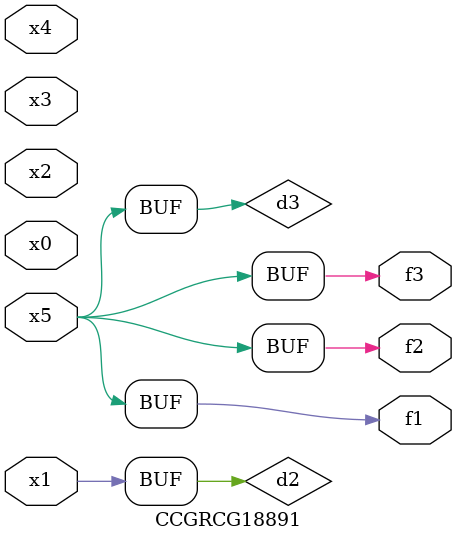
<source format=v>
module CCGRCG18891(
	input x0, x1, x2, x3, x4, x5,
	output f1, f2, f3
);

	wire d1, d2, d3;

	not (d1, x5);
	or (d2, x1);
	xnor (d3, d1);
	assign f1 = d3;
	assign f2 = d3;
	assign f3 = d3;
endmodule

</source>
